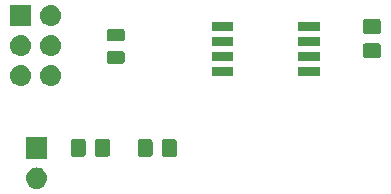
<source format=gbr>
G04 #@! TF.GenerationSoftware,KiCad,Pcbnew,(5.1.2)-1*
G04 #@! TF.CreationDate,2019-09-14T09:46:05-05:00*
G04 #@! TF.ProjectId,attiny-devboard,61747469-6e79-42d6-9465-76626f617264,rev?*
G04 #@! TF.SameCoordinates,Original*
G04 #@! TF.FileFunction,Soldermask,Top*
G04 #@! TF.FilePolarity,Negative*
%FSLAX46Y46*%
G04 Gerber Fmt 4.6, Leading zero omitted, Abs format (unit mm)*
G04 Created by KiCad (PCBNEW (5.1.2)-1) date 2019-09-14 09:46:05*
%MOMM*%
%LPD*%
G04 APERTURE LIST*
%ADD10C,0.100000*%
G04 APERTURE END LIST*
D10*
G36*
X115784583Y-94975279D02*
G01*
X115850767Y-94981797D01*
X116020606Y-95033317D01*
X116177131Y-95116982D01*
X116212869Y-95146312D01*
X116314326Y-95229574D01*
X116397588Y-95331031D01*
X116426918Y-95366769D01*
X116510583Y-95523294D01*
X116562103Y-95693133D01*
X116579499Y-95869760D01*
X116562103Y-96046387D01*
X116510583Y-96216226D01*
X116426918Y-96372751D01*
X116397588Y-96408489D01*
X116314326Y-96509946D01*
X116212869Y-96593208D01*
X116177131Y-96622538D01*
X116020606Y-96706203D01*
X115850767Y-96757723D01*
X115784583Y-96764241D01*
X115718400Y-96770760D01*
X115629880Y-96770760D01*
X115563697Y-96764241D01*
X115497513Y-96757723D01*
X115327674Y-96706203D01*
X115171149Y-96622538D01*
X115135411Y-96593208D01*
X115033954Y-96509946D01*
X114950692Y-96408489D01*
X114921362Y-96372751D01*
X114837697Y-96216226D01*
X114786177Y-96046387D01*
X114768781Y-95869760D01*
X114786177Y-95693133D01*
X114837697Y-95523294D01*
X114921362Y-95366769D01*
X114950692Y-95331031D01*
X115033954Y-95229574D01*
X115135411Y-95146312D01*
X115171149Y-95116982D01*
X115327674Y-95033317D01*
X115497513Y-94981797D01*
X115563697Y-94975279D01*
X115629880Y-94968760D01*
X115718400Y-94968760D01*
X115784583Y-94975279D01*
X115784583Y-94975279D01*
G37*
G36*
X116575140Y-94230760D02*
G01*
X114773140Y-94230760D01*
X114773140Y-92428760D01*
X116575140Y-92428760D01*
X116575140Y-94230760D01*
X116575140Y-94230760D01*
G37*
G36*
X125330074Y-92573065D02*
G01*
X125367767Y-92584499D01*
X125402503Y-92603066D01*
X125432948Y-92628052D01*
X125457934Y-92658497D01*
X125476501Y-92693233D01*
X125487935Y-92730926D01*
X125492400Y-92776261D01*
X125492400Y-93862939D01*
X125487935Y-93908274D01*
X125476501Y-93945967D01*
X125457934Y-93980703D01*
X125432948Y-94011148D01*
X125402503Y-94036134D01*
X125367767Y-94054701D01*
X125330074Y-94066135D01*
X125284739Y-94070600D01*
X124448061Y-94070600D01*
X124402726Y-94066135D01*
X124365033Y-94054701D01*
X124330297Y-94036134D01*
X124299852Y-94011148D01*
X124274866Y-93980703D01*
X124256299Y-93945967D01*
X124244865Y-93908274D01*
X124240400Y-93862939D01*
X124240400Y-92776261D01*
X124244865Y-92730926D01*
X124256299Y-92693233D01*
X124274866Y-92658497D01*
X124299852Y-92628052D01*
X124330297Y-92603066D01*
X124365033Y-92584499D01*
X124402726Y-92573065D01*
X124448061Y-92568600D01*
X125284739Y-92568600D01*
X125330074Y-92573065D01*
X125330074Y-92573065D01*
G37*
G36*
X127380074Y-92573065D02*
G01*
X127417767Y-92584499D01*
X127452503Y-92603066D01*
X127482948Y-92628052D01*
X127507934Y-92658497D01*
X127526501Y-92693233D01*
X127537935Y-92730926D01*
X127542400Y-92776261D01*
X127542400Y-93862939D01*
X127537935Y-93908274D01*
X127526501Y-93945967D01*
X127507934Y-93980703D01*
X127482948Y-94011148D01*
X127452503Y-94036134D01*
X127417767Y-94054701D01*
X127380074Y-94066135D01*
X127334739Y-94070600D01*
X126498061Y-94070600D01*
X126452726Y-94066135D01*
X126415033Y-94054701D01*
X126380297Y-94036134D01*
X126349852Y-94011148D01*
X126324866Y-93980703D01*
X126306299Y-93945967D01*
X126294865Y-93908274D01*
X126290400Y-93862939D01*
X126290400Y-92776261D01*
X126294865Y-92730926D01*
X126306299Y-92693233D01*
X126324866Y-92658497D01*
X126349852Y-92628052D01*
X126380297Y-92603066D01*
X126415033Y-92584499D01*
X126452726Y-92573065D01*
X126498061Y-92568600D01*
X127334739Y-92568600D01*
X127380074Y-92573065D01*
X127380074Y-92573065D01*
G37*
G36*
X119660574Y-92547665D02*
G01*
X119698267Y-92559099D01*
X119733003Y-92577666D01*
X119763448Y-92602652D01*
X119788434Y-92633097D01*
X119807001Y-92667833D01*
X119818435Y-92705526D01*
X119822900Y-92750861D01*
X119822900Y-93837539D01*
X119818435Y-93882874D01*
X119807001Y-93920567D01*
X119788434Y-93955303D01*
X119763448Y-93985748D01*
X119733003Y-94010734D01*
X119698267Y-94029301D01*
X119660574Y-94040735D01*
X119615239Y-94045200D01*
X118778561Y-94045200D01*
X118733226Y-94040735D01*
X118695533Y-94029301D01*
X118660797Y-94010734D01*
X118630352Y-93985748D01*
X118605366Y-93955303D01*
X118586799Y-93920567D01*
X118575365Y-93882874D01*
X118570900Y-93837539D01*
X118570900Y-92750861D01*
X118575365Y-92705526D01*
X118586799Y-92667833D01*
X118605366Y-92633097D01*
X118630352Y-92602652D01*
X118660797Y-92577666D01*
X118695533Y-92559099D01*
X118733226Y-92547665D01*
X118778561Y-92543200D01*
X119615239Y-92543200D01*
X119660574Y-92547665D01*
X119660574Y-92547665D01*
G37*
G36*
X121710574Y-92547665D02*
G01*
X121748267Y-92559099D01*
X121783003Y-92577666D01*
X121813448Y-92602652D01*
X121838434Y-92633097D01*
X121857001Y-92667833D01*
X121868435Y-92705526D01*
X121872900Y-92750861D01*
X121872900Y-93837539D01*
X121868435Y-93882874D01*
X121857001Y-93920567D01*
X121838434Y-93955303D01*
X121813448Y-93985748D01*
X121783003Y-94010734D01*
X121748267Y-94029301D01*
X121710574Y-94040735D01*
X121665239Y-94045200D01*
X120828561Y-94045200D01*
X120783226Y-94040735D01*
X120745533Y-94029301D01*
X120710797Y-94010734D01*
X120680352Y-93985748D01*
X120655366Y-93955303D01*
X120636799Y-93920567D01*
X120625365Y-93882874D01*
X120620900Y-93837539D01*
X120620900Y-92750861D01*
X120625365Y-92705526D01*
X120636799Y-92667833D01*
X120655366Y-92633097D01*
X120680352Y-92602652D01*
X120710797Y-92577666D01*
X120745533Y-92559099D01*
X120783226Y-92547665D01*
X120828561Y-92543200D01*
X121665239Y-92543200D01*
X121710574Y-92547665D01*
X121710574Y-92547665D01*
G37*
G36*
X114430763Y-86283399D02*
G01*
X114496947Y-86289917D01*
X114666786Y-86341437D01*
X114823311Y-86425102D01*
X114859049Y-86454432D01*
X114960506Y-86537694D01*
X115043768Y-86639151D01*
X115073098Y-86674889D01*
X115156763Y-86831414D01*
X115208283Y-87001253D01*
X115225679Y-87177880D01*
X115208283Y-87354507D01*
X115156763Y-87524346D01*
X115073098Y-87680871D01*
X115043768Y-87716609D01*
X114960506Y-87818066D01*
X114859049Y-87901328D01*
X114823311Y-87930658D01*
X114666786Y-88014323D01*
X114496947Y-88065843D01*
X114430763Y-88072361D01*
X114364580Y-88078880D01*
X114276060Y-88078880D01*
X114209877Y-88072361D01*
X114143693Y-88065843D01*
X113973854Y-88014323D01*
X113817329Y-87930658D01*
X113781591Y-87901328D01*
X113680134Y-87818066D01*
X113596872Y-87716609D01*
X113567542Y-87680871D01*
X113483877Y-87524346D01*
X113432357Y-87354507D01*
X113414961Y-87177880D01*
X113432357Y-87001253D01*
X113483877Y-86831414D01*
X113567542Y-86674889D01*
X113596872Y-86639151D01*
X113680134Y-86537694D01*
X113781591Y-86454432D01*
X113817329Y-86425102D01*
X113973854Y-86341437D01*
X114143693Y-86289917D01*
X114209877Y-86283399D01*
X114276060Y-86276880D01*
X114364580Y-86276880D01*
X114430763Y-86283399D01*
X114430763Y-86283399D01*
G37*
G36*
X116970763Y-86283399D02*
G01*
X117036947Y-86289917D01*
X117206786Y-86341437D01*
X117363311Y-86425102D01*
X117399049Y-86454432D01*
X117500506Y-86537694D01*
X117583768Y-86639151D01*
X117613098Y-86674889D01*
X117696763Y-86831414D01*
X117748283Y-87001253D01*
X117765679Y-87177880D01*
X117748283Y-87354507D01*
X117696763Y-87524346D01*
X117613098Y-87680871D01*
X117583768Y-87716609D01*
X117500506Y-87818066D01*
X117399049Y-87901328D01*
X117363311Y-87930658D01*
X117206786Y-88014323D01*
X117036947Y-88065843D01*
X116970763Y-88072361D01*
X116904580Y-88078880D01*
X116816060Y-88078880D01*
X116749877Y-88072361D01*
X116683693Y-88065843D01*
X116513854Y-88014323D01*
X116357329Y-87930658D01*
X116321591Y-87901328D01*
X116220134Y-87818066D01*
X116136872Y-87716609D01*
X116107542Y-87680871D01*
X116023877Y-87524346D01*
X115972357Y-87354507D01*
X115954961Y-87177880D01*
X115972357Y-87001253D01*
X116023877Y-86831414D01*
X116107542Y-86674889D01*
X116136872Y-86639151D01*
X116220134Y-86537694D01*
X116321591Y-86454432D01*
X116357329Y-86425102D01*
X116513854Y-86341437D01*
X116683693Y-86289917D01*
X116749877Y-86283399D01*
X116816060Y-86276880D01*
X116904580Y-86276880D01*
X116970763Y-86283399D01*
X116970763Y-86283399D01*
G37*
G36*
X139628200Y-87231300D02*
G01*
X137826200Y-87231300D01*
X137826200Y-86479300D01*
X139628200Y-86479300D01*
X139628200Y-87231300D01*
X139628200Y-87231300D01*
G37*
G36*
X132328200Y-87231300D02*
G01*
X130526200Y-87231300D01*
X130526200Y-86479300D01*
X132328200Y-86479300D01*
X132328200Y-87231300D01*
X132328200Y-87231300D01*
G37*
G36*
X122956588Y-85102405D02*
G01*
X122995258Y-85114136D01*
X123030897Y-85133186D01*
X123062137Y-85158823D01*
X123087774Y-85190063D01*
X123106824Y-85225702D01*
X123118555Y-85264372D01*
X123123120Y-85310728D01*
X123123120Y-85961952D01*
X123118555Y-86008308D01*
X123106824Y-86046978D01*
X123087774Y-86082617D01*
X123062137Y-86113857D01*
X123030897Y-86139494D01*
X122995258Y-86158544D01*
X122956588Y-86170275D01*
X122910232Y-86174840D01*
X121834008Y-86174840D01*
X121787652Y-86170275D01*
X121748982Y-86158544D01*
X121713343Y-86139494D01*
X121682103Y-86113857D01*
X121656466Y-86082617D01*
X121637416Y-86046978D01*
X121625685Y-86008308D01*
X121621120Y-85961952D01*
X121621120Y-85310728D01*
X121625685Y-85264372D01*
X121637416Y-85225702D01*
X121656466Y-85190063D01*
X121682103Y-85158823D01*
X121713343Y-85133186D01*
X121748982Y-85114136D01*
X121787652Y-85102405D01*
X121834008Y-85097840D01*
X122910232Y-85097840D01*
X122956588Y-85102405D01*
X122956588Y-85102405D01*
G37*
G36*
X139628200Y-85961300D02*
G01*
X137826200Y-85961300D01*
X137826200Y-85209300D01*
X139628200Y-85209300D01*
X139628200Y-85961300D01*
X139628200Y-85961300D01*
G37*
G36*
X132328200Y-85961300D02*
G01*
X130526200Y-85961300D01*
X130526200Y-85209300D01*
X132328200Y-85209300D01*
X132328200Y-85961300D01*
X132328200Y-85961300D01*
G37*
G36*
X144657474Y-84455765D02*
G01*
X144695167Y-84467199D01*
X144729903Y-84485766D01*
X144760348Y-84510752D01*
X144785334Y-84541197D01*
X144803901Y-84575933D01*
X144815335Y-84613626D01*
X144819800Y-84658961D01*
X144819800Y-85495639D01*
X144815335Y-85540974D01*
X144803901Y-85578667D01*
X144785334Y-85613403D01*
X144760348Y-85643848D01*
X144729903Y-85668834D01*
X144695167Y-85687401D01*
X144657474Y-85698835D01*
X144612139Y-85703300D01*
X143525461Y-85703300D01*
X143480126Y-85698835D01*
X143442433Y-85687401D01*
X143407697Y-85668834D01*
X143377252Y-85643848D01*
X143352266Y-85613403D01*
X143333699Y-85578667D01*
X143322265Y-85540974D01*
X143317800Y-85495639D01*
X143317800Y-84658961D01*
X143322265Y-84613626D01*
X143333699Y-84575933D01*
X143352266Y-84541197D01*
X143377252Y-84510752D01*
X143407697Y-84485766D01*
X143442433Y-84467199D01*
X143480126Y-84455765D01*
X143525461Y-84451300D01*
X144612139Y-84451300D01*
X144657474Y-84455765D01*
X144657474Y-84455765D01*
G37*
G36*
X114430763Y-83743399D02*
G01*
X114496947Y-83749917D01*
X114666786Y-83801437D01*
X114823311Y-83885102D01*
X114859049Y-83914432D01*
X114960506Y-83997694D01*
X115033757Y-84086952D01*
X115073098Y-84134889D01*
X115073099Y-84134891D01*
X115128671Y-84238857D01*
X115156763Y-84291414D01*
X115208283Y-84461253D01*
X115225679Y-84637880D01*
X115208283Y-84814507D01*
X115156763Y-84984346D01*
X115073098Y-85140871D01*
X115058365Y-85158823D01*
X114960506Y-85278066D01*
X114859049Y-85361328D01*
X114823311Y-85390658D01*
X114666786Y-85474323D01*
X114496947Y-85525843D01*
X114430762Y-85532362D01*
X114364580Y-85538880D01*
X114276060Y-85538880D01*
X114209878Y-85532362D01*
X114143693Y-85525843D01*
X113973854Y-85474323D01*
X113817329Y-85390658D01*
X113781591Y-85361328D01*
X113680134Y-85278066D01*
X113582275Y-85158823D01*
X113567542Y-85140871D01*
X113483877Y-84984346D01*
X113432357Y-84814507D01*
X113414961Y-84637880D01*
X113432357Y-84461253D01*
X113483877Y-84291414D01*
X113511970Y-84238857D01*
X113567541Y-84134891D01*
X113567542Y-84134889D01*
X113606883Y-84086952D01*
X113680134Y-83997694D01*
X113781591Y-83914432D01*
X113817329Y-83885102D01*
X113973854Y-83801437D01*
X114143693Y-83749917D01*
X114209877Y-83743399D01*
X114276060Y-83736880D01*
X114364580Y-83736880D01*
X114430763Y-83743399D01*
X114430763Y-83743399D01*
G37*
G36*
X116970763Y-83743399D02*
G01*
X117036947Y-83749917D01*
X117206786Y-83801437D01*
X117363311Y-83885102D01*
X117399049Y-83914432D01*
X117500506Y-83997694D01*
X117573757Y-84086952D01*
X117613098Y-84134889D01*
X117613099Y-84134891D01*
X117668671Y-84238857D01*
X117696763Y-84291414D01*
X117748283Y-84461253D01*
X117765679Y-84637880D01*
X117748283Y-84814507D01*
X117696763Y-84984346D01*
X117613098Y-85140871D01*
X117598365Y-85158823D01*
X117500506Y-85278066D01*
X117399049Y-85361328D01*
X117363311Y-85390658D01*
X117206786Y-85474323D01*
X117036947Y-85525843D01*
X116970762Y-85532362D01*
X116904580Y-85538880D01*
X116816060Y-85538880D01*
X116749878Y-85532362D01*
X116683693Y-85525843D01*
X116513854Y-85474323D01*
X116357329Y-85390658D01*
X116321591Y-85361328D01*
X116220134Y-85278066D01*
X116122275Y-85158823D01*
X116107542Y-85140871D01*
X116023877Y-84984346D01*
X115972357Y-84814507D01*
X115954961Y-84637880D01*
X115972357Y-84461253D01*
X116023877Y-84291414D01*
X116051970Y-84238857D01*
X116107541Y-84134891D01*
X116107542Y-84134889D01*
X116146883Y-84086952D01*
X116220134Y-83997694D01*
X116321591Y-83914432D01*
X116357329Y-83885102D01*
X116513854Y-83801437D01*
X116683693Y-83749917D01*
X116749877Y-83743399D01*
X116816060Y-83736880D01*
X116904580Y-83736880D01*
X116970763Y-83743399D01*
X116970763Y-83743399D01*
G37*
G36*
X132328200Y-84691300D02*
G01*
X130526200Y-84691300D01*
X130526200Y-83939300D01*
X132328200Y-83939300D01*
X132328200Y-84691300D01*
X132328200Y-84691300D01*
G37*
G36*
X139628200Y-84691300D02*
G01*
X137826200Y-84691300D01*
X137826200Y-83939300D01*
X139628200Y-83939300D01*
X139628200Y-84691300D01*
X139628200Y-84691300D01*
G37*
G36*
X122956588Y-83227405D02*
G01*
X122995258Y-83239136D01*
X123030897Y-83258186D01*
X123062137Y-83283823D01*
X123087774Y-83315063D01*
X123106824Y-83350702D01*
X123118555Y-83389372D01*
X123123120Y-83435728D01*
X123123120Y-84086952D01*
X123118555Y-84133308D01*
X123106824Y-84171978D01*
X123087774Y-84207617D01*
X123062137Y-84238857D01*
X123030897Y-84264494D01*
X122995258Y-84283544D01*
X122956588Y-84295275D01*
X122910232Y-84299840D01*
X121834008Y-84299840D01*
X121787652Y-84295275D01*
X121748982Y-84283544D01*
X121713343Y-84264494D01*
X121682103Y-84238857D01*
X121656466Y-84207617D01*
X121637416Y-84171978D01*
X121625685Y-84133308D01*
X121621120Y-84086952D01*
X121621120Y-83435728D01*
X121625685Y-83389372D01*
X121637416Y-83350702D01*
X121656466Y-83315063D01*
X121682103Y-83283823D01*
X121713343Y-83258186D01*
X121748982Y-83239136D01*
X121787652Y-83227405D01*
X121834008Y-83222840D01*
X122910232Y-83222840D01*
X122956588Y-83227405D01*
X122956588Y-83227405D01*
G37*
G36*
X144657474Y-82405765D02*
G01*
X144695167Y-82417199D01*
X144729903Y-82435766D01*
X144760348Y-82460752D01*
X144785334Y-82491197D01*
X144803901Y-82525933D01*
X144815335Y-82563626D01*
X144819800Y-82608961D01*
X144819800Y-83445639D01*
X144815335Y-83490974D01*
X144803901Y-83528667D01*
X144785334Y-83563403D01*
X144760348Y-83593848D01*
X144729903Y-83618834D01*
X144695167Y-83637401D01*
X144657474Y-83648835D01*
X144612139Y-83653300D01*
X143525461Y-83653300D01*
X143480126Y-83648835D01*
X143442433Y-83637401D01*
X143407697Y-83618834D01*
X143377252Y-83593848D01*
X143352266Y-83563403D01*
X143333699Y-83528667D01*
X143322265Y-83490974D01*
X143317800Y-83445639D01*
X143317800Y-82608961D01*
X143322265Y-82563626D01*
X143333699Y-82525933D01*
X143352266Y-82491197D01*
X143377252Y-82460752D01*
X143407697Y-82435766D01*
X143442433Y-82417199D01*
X143480126Y-82405765D01*
X143525461Y-82401300D01*
X144612139Y-82401300D01*
X144657474Y-82405765D01*
X144657474Y-82405765D01*
G37*
G36*
X139628200Y-83421300D02*
G01*
X137826200Y-83421300D01*
X137826200Y-82669300D01*
X139628200Y-82669300D01*
X139628200Y-83421300D01*
X139628200Y-83421300D01*
G37*
G36*
X132328200Y-83421300D02*
G01*
X130526200Y-83421300D01*
X130526200Y-82669300D01*
X132328200Y-82669300D01*
X132328200Y-83421300D01*
X132328200Y-83421300D01*
G37*
G36*
X115221320Y-82998880D02*
G01*
X113419320Y-82998880D01*
X113419320Y-81196880D01*
X115221320Y-81196880D01*
X115221320Y-82998880D01*
X115221320Y-82998880D01*
G37*
G36*
X116970763Y-81203399D02*
G01*
X117036947Y-81209917D01*
X117206786Y-81261437D01*
X117363311Y-81345102D01*
X117399049Y-81374432D01*
X117500506Y-81457694D01*
X117583768Y-81559151D01*
X117613098Y-81594889D01*
X117696763Y-81751414D01*
X117748283Y-81921253D01*
X117765679Y-82097880D01*
X117748283Y-82274507D01*
X117696763Y-82444346D01*
X117613098Y-82600871D01*
X117597091Y-82620375D01*
X117500506Y-82738066D01*
X117399049Y-82821328D01*
X117363311Y-82850658D01*
X117206786Y-82934323D01*
X117036947Y-82985843D01*
X116970762Y-82992362D01*
X116904580Y-82998880D01*
X116816060Y-82998880D01*
X116749878Y-82992362D01*
X116683693Y-82985843D01*
X116513854Y-82934323D01*
X116357329Y-82850658D01*
X116321591Y-82821328D01*
X116220134Y-82738066D01*
X116123549Y-82620375D01*
X116107542Y-82600871D01*
X116023877Y-82444346D01*
X115972357Y-82274507D01*
X115954961Y-82097880D01*
X115972357Y-81921253D01*
X116023877Y-81751414D01*
X116107542Y-81594889D01*
X116136872Y-81559151D01*
X116220134Y-81457694D01*
X116321591Y-81374432D01*
X116357329Y-81345102D01*
X116513854Y-81261437D01*
X116683693Y-81209917D01*
X116749877Y-81203399D01*
X116816060Y-81196880D01*
X116904580Y-81196880D01*
X116970763Y-81203399D01*
X116970763Y-81203399D01*
G37*
M02*

</source>
